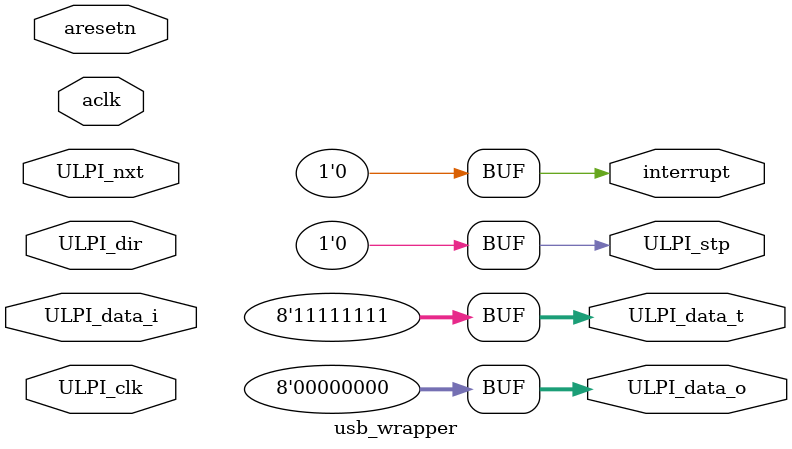
<source format=sv>
(* keep_hierarchy = "yes" *)
module usb_wrapper #(
    parameter C_ASIC_SRAM = 0
) (
    input aclk,
    input aresetn,
    // AXI_BUS.Slave slv,
    // AXI_BUS.Master dma_mst,
    output interrupt,
    
    input  wire       ULPI_clk,
    input  wire [7:0] ULPI_data_i,
    output wire [7:0] ULPI_data_o,
    output wire [7:0] ULPI_data_t,
    output wire       ULPI_stp,
    input  wire       ULPI_dir,
    input  wire       ULPI_nxt
);

assign interrupt = '0;
assign ULPI_data_o = '0;
assign ULPI_data_t = '1;
assign ULPI_stp = '0;
  
endmodule


</source>
